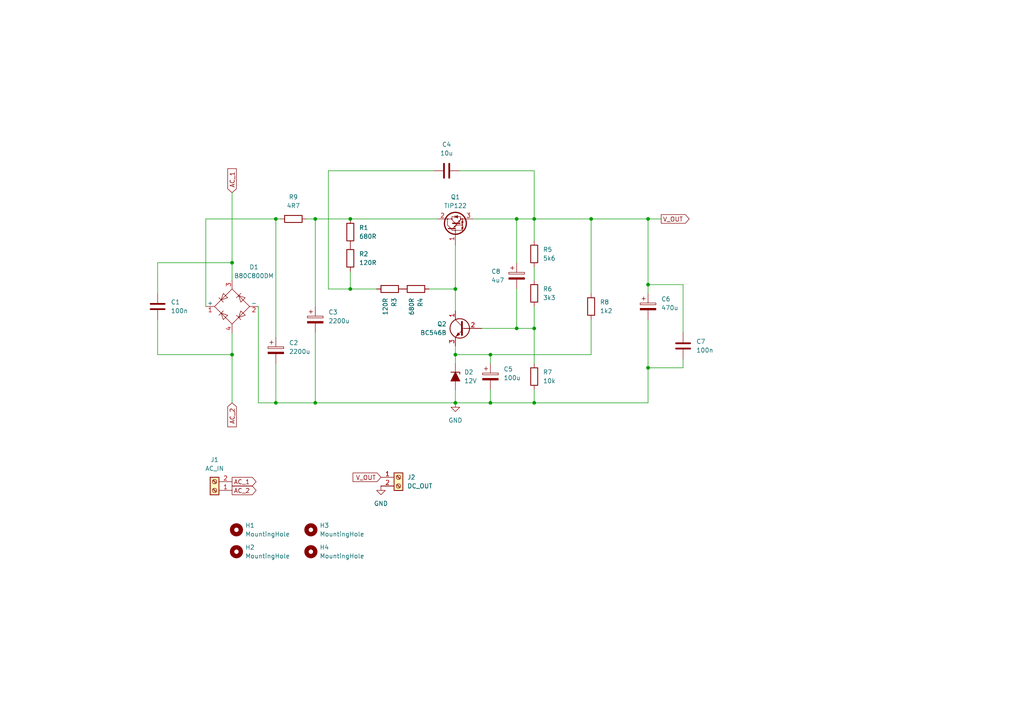
<source format=kicad_sch>
(kicad_sch (version 20250114) (generator "eeschema") (generator_version "9.0")
  (paper "A4")
  (lib_symbols
    (symbol "Connector:Screw_Terminal_01x02" (pin_names (offset 1.016) (hide yes))
      (property "Reference" "J" (at 0 2.54 0))
      (property "Value" "Screw_Terminal_01x02" (at 0 -5.08 0))
      (symbol "Screw_Terminal_01x02_1_1"
        (rectangle (start -1.27 1.27) (end 1.27 -3.81) (stroke (width 0.254)) (fill (type background)))
        (polyline (pts (xy -0.5334 0.3302) (xy 0.3302 -0.508)) (stroke (width 0.1524)))
        (polyline (pts (xy -0.5334 -2.2098) (xy 0.3302 -3.048)) (stroke (width 0.1524)))
        (polyline (pts (xy -0.3556 0.508) (xy 0.508 -0.3302)) (stroke (width 0.1524)))
        (polyline (pts (xy -0.3556 -2.032) (xy 0.508 -2.8702)) (stroke (width 0.1524)))
        (circle (center 0 0) (radius 0.635) (stroke (width 0.1524)))
        (circle (center 0 -2.54) (radius 0.635) (stroke (width 0.1524)))
        (pin passive line (at -5.08 0 0) (length 3.81) (name "Pin_1") (number "1"))
        (pin passive line (at -5.08 -2.54 0) (length 3.81) (name "Pin_2") (number "2"))
      )
    )
    (symbol "Device:C" (pin_numbers (hide yes)) (pin_names (offset 0.254))
      (property "Reference" "C" (at 0.635 2.54 0))
      (property "Value" "C" (at 0.635 -2.54 0))
      (symbol "C_0_1"
        (polyline (pts (xy -2.032 0.762) (xy 2.032 0.762)) (stroke (width 0.508)))
        (polyline (pts (xy -2.032 -0.762) (xy 2.032 -0.762)) (stroke (width 0.508)))
      )
      (symbol "C_1_1"
        (pin passive line (at 0 3.81 270) (length 2.794) (name "~") (number "1"))
        (pin passive line (at 0 -3.81 90) (length 2.794) (name "~") (number "2"))
      )
    )
    (symbol "Device:C_Polarized" (pin_numbers (hide yes)) (pin_names (offset 0.254))
      (property "Reference" "C" (at 0.635 2.54 0))
      (property "Value" "C_Polarized" (at 0.635 -2.54 0))
      (symbol "C_Polarized_0_1"
        (rectangle (start -2.286 0.508) (end 2.286 1.016))
        (polyline (pts (xy -1.778 2.286) (xy -0.762 2.286)))
        (polyline (pts (xy -1.27 2.794) (xy -1.27 1.778)))
        (rectangle (start 2.286 -0.508) (end -2.286 -1.016) (fill (type outline)))
      )
      (symbol "C_Polarized_1_1"
        (pin passive line (at 0 3.81 270) (length 2.794) (name "~") (number "1"))
        (pin passive line (at 0 -3.81 90) (length 2.794) (name "~") (number "2"))
      )
    )
    (symbol "Device:D_Zener_Filled" (pin_numbers (hide yes)) (pin_names (offset 1.016) (hide yes))
      (property "Reference" "D" (at 0 2.54 0))
      (property "Value" "D_Zener_Filled" (at 0 -2.54 0))
      (symbol "D_Zener_Filled_0_1"
        (polyline (pts (xy -1.27 -1.27) (xy -1.27 1.27) (xy -0.762 1.27)) (stroke (width 0.254)))
        (polyline (pts (xy 1.27 0) (xy -1.27 0)))
        (polyline (pts (xy 1.27 -1.27) (xy 1.27 1.27) (xy -1.27 0) (xy 1.27 -1.27)) (stroke (width 0.254)) (fill (type outline)))
      )
      (symbol "D_Zener_Filled_1_1"
        (pin passive line (at -3.81 0 0) (length 2.54) (name "K") (number "1"))
        (pin passive line (at 3.81 0 180) (length 2.54) (name "A") (number "2"))
      )
    )
    (symbol "Device:R" (pin_numbers (hide yes)) (pin_names (offset 0))
      (property "Reference" "R" (at 2.032 0 90))
      (property "Value" "R" (at 0 0 90))
      (symbol "R_0_1"
        (rectangle (start -1.016 -2.54) (end 1.016 2.54) (stroke (width 0.254)))
      )
      (symbol "R_1_1"
        (pin passive line (at 0 3.81 270) (length 1.27) (name "~") (number "1"))
        (pin passive line (at 0 -3.81 90) (length 1.27) (name "~") (number "2"))
      )
    )
    (symbol "Diode_Bridge:B80C800DM" (pin_names (offset 0))
      (property "Reference" "D" (at 2.54 6.985 0))
      (property "Value" "B80C800DM" (at 2.54 5.08 0))
      (symbol "B80C800DM_0_1"
        (polyline (pts (xy -5.08 0) (xy 0 -5.08) (xy 5.08 0) (xy 0 5.08) (xy -5.08 0)))
        (polyline (pts (xy -3.81 2.54) (xy -2.54 1.27) (xy -1.905 3.175) (xy -3.81 2.54)))
        (polyline (pts (xy -2.54 3.81) (xy -1.27 2.54)))
        (polyline (pts (xy -2.54 -1.27) (xy -3.81 -2.54) (xy -1.905 -3.175) (xy -2.54 -1.27)))
        (polyline (pts (xy -1.27 -2.54) (xy -2.54 -3.81)))
        (polyline (pts (xy 1.27 2.54) (xy 2.54 3.81) (xy 3.175 1.905) (xy 1.27 2.54)))
        (polyline (pts (xy 2.54 1.27) (xy 3.81 2.54)))
        (polyline (pts (xy 2.54 -1.27) (xy 3.81 -2.54)))
        (polyline (pts (xy 3.175 -1.905) (xy 1.27 -2.54) (xy 2.54 -3.81) (xy 3.175 -1.905)))
      )
      (symbol "B80C800DM_1_1"
        (pin passive line (at -7.62 0 0) (length 2.54) (name "-") (number "2"))
        (pin passive line (at 0 7.62 270) (length 2.54) (name "~") (number "4"))
        (pin passive line (at 0 -7.62 90) (length 2.54) (name "~") (number "3"))
        (pin passive line (at 7.62 0 180) (length 2.54) (name "+") (number "1"))
      )
    )
    (symbol "Mechanical:MountingHole" (pin_names (offset 1.016)) (exclude_from_sim yes) (in_bom no)
      (property "Reference" "H" (at 0 5.08 0))
      (property "Value" "MountingHole" (at 0 3.175 0))
      (symbol "MountingHole_0_1"
        (circle (center 0 0) (radius 1.27) (stroke (width 1.27)))
      )
    )
    (symbol "Transistor_BJT:BC546" (pin_names (offset 0) (hide yes))
      (property "Reference" "Q" (at 5.08 1.905 0))
      (property "Value" "BC546" (at 5.08 0 0))
      (symbol "BC546_0_1"
        (polyline (pts (xy 0 0) (xy 0.635 0)))
        (polyline (pts (xy 0.635 1.905) (xy 0.635 -1.905) (xy 0.635 -1.905)) (stroke (width 0.508)))
        (polyline (pts (xy 0.635 0.635) (xy 2.54 2.54)))
        (polyline (pts (xy 0.635 -0.635) (xy 2.54 -2.54) (xy 2.54 -2.54)))
        (circle (center 1.27 0) (radius 2.8194) (stroke (width 0.254)))
        (polyline (pts (xy 1.27 -1.778) (xy 1.778 -1.27) (xy 2.286 -2.286) (xy 1.27 -1.778) (xy 1.27 -1.778)) (fill (type outline)))
      )
      (symbol "BC546_1_1"
        (pin input line (at -5.08 0 0) (length 5.08) (name "B") (number "2"))
        (pin passive line (at 2.54 5.08 270) (length 2.54) (name "C") (number "1"))
        (pin passive line (at 2.54 -5.08 90) (length 2.54) (name "E") (number "3"))
      )
    )
    (symbol "Transistor_BJT:TIP122" (pin_names (offset 0) (hide yes))
      (property "Reference" "Q" (at 5.08 1.905 0))
      (property "Value" "TIP122" (at 5.08 0 0))
      (symbol "TIP122_0_1"
        (polyline (pts (xy -1.27 0) (xy -0.889 0)))
        (circle (center -0.762 0) (radius 0.127))
        (polyline (pts (xy -0.254 2.032) (xy -0.254 0) (xy -0.254 0)) (stroke (width 0.3048)))
        (polyline (pts (xy -0.254 1.27) (xy 0.762 2.286) (xy 2.54 2.286)))
        (polyline (pts (xy -0.254 1.016) (xy -0.762 1.016) (xy -0.762 -2.032)))
        (polyline (pts (xy -0.254 0.762) (xy 0.762 -0.254) (xy 1.27 -0.254)))
        (polyline (pts (xy 0.635 -0.127) (xy 0.381 0.381) (xy 0.127 0.127) (xy 0.635 -0.127)))
        (polyline (pts (xy 0.762 -0.254) (xy 0.762 -2.032) (xy 1.143 -2.032) (xy 1.27 -1.778) (xy 1.397 -2.286) (xy 1.524 -1.778) (xy 1.651 -2.286) (xy 1.778 -1.778) (xy 1.905 -2.286) (xy 2.032 -2.032) (xy 2.54 -2.032)))
        (circle (center 0.762 -0.254) (radius 0.127))
        (polyline (pts (xy 0.762 -2.032) (xy 0.381 -2.032) (xy 0.254 -2.286) (xy 0.127 -1.778) (xy 0 -2.286) (xy -0.127 -1.778) (xy -0.254 -2.286) (xy -0.381 -1.778) (xy -0.508 -2.032) (xy -0.762 -2.032)))
        (circle (center 0.762 -2.032) (radius 0.127))
        (polyline (pts (xy 1.27 0.762) (xy 1.27 -1.27) (xy 1.27 -1.27)) (stroke (width 0.381)))
        (polyline (pts (xy 1.27 0) (xy 2.286 1.016) (xy 2.54 1.016) (xy 2.54 2.286)))
        (circle (center 1.27 0) (radius 3.175) (stroke (width 0.3556)))
        (polyline (pts (xy 1.27 -0.508) (xy 2.286 -1.524) (xy 2.54 -1.524) (xy 2.54 -2.032)))
        (polyline (pts (xy 2.159 -1.397) (xy 1.905 -0.889) (xy 1.651 -1.143) (xy 2.159 -1.397)))
        (circle (center 2.54 2.286) (radius 0.127))
        (circle (center 2.54 1.016) (radius 0.127))
        (polyline (pts (xy 2.54 -1.524) (xy 3.175 -1.524)))
        (circle (center 2.54 -1.524) (radius 0.127))
        (polyline (pts (xy 2.54 -2.032) (xy 2.54 -2.54)))
        (circle (center 2.54 -2.032) (radius 0.127))
        (polyline (pts (xy 2.794 0.127) (xy 3.556 0.127)))
        (polyline (pts (xy 3.175 1.016) (xy 2.54 1.016)))
        (polyline (pts (xy 3.175 1.016) (xy 3.175 0.127)))
        (polyline (pts (xy 3.175 0.127) (xy 2.794 -0.635) (xy 3.556 -0.635) (xy 3.175 0.127)) (fill (type outline)))
        (polyline (pts (xy 3.175 -0.635) (xy 3.175 -1.524)))
      )
      (symbol "TIP122_1_1"
        (pin input line (at -5.08 0 0) (length 3.81) (name "B") (number "1"))
        (pin passive line (at 2.54 5.08 270) (length 2.667) (name "C") (number "2"))
        (pin passive line (at 2.54 -5.08 90) (length 2.54) (name "E") (number "3"))
      )
    )
    (symbol "power:GND" (power) (pin_numbers (hide yes)) (pin_names (offset 0) (hide yes))
      (property "Value" "GND" (at 0 -3.81 0))
      (symbol "GND_0_1"
        (polyline (pts (xy 0 0) (xy 0 -1.27) (xy 1.27 -1.27) (xy 0 -2.54) (xy -1.27 -1.27) (xy 0 -1.27)))
      )
      (symbol "GND_1_1"
        (pin power_in line (at 0 0 270) (length 0) (name "~") (number "1"))
      )
    )
  )
  (junction (at 149.86 95.25))
  (junction (at 132.08 83.82))
  (junction (at 154.94 95.25))
  (junction (at 149.86 63.5))
  (junction (at 132.08 116.84))
  (junction (at 80.01 63.5))
  (junction (at 101.6 83.82))
  (junction (at 132.08 102.87))
  (junction (at 67.31 76.2))
  (junction (at 142.24 102.87))
  (junction (at 67.31 102.87))
  (junction (at 91.44 116.84))
  (junction (at 80.01 116.84))
  (junction (at 171.45 63.5))
  (junction (at 187.96 82.55))
  (junction (at 187.96 106.68))
  (junction (at 142.24 116.84))
  (junction (at 187.96 63.5))
  (junction (at 154.94 116.84))
  (junction (at 91.44 63.5))
  (junction (at 101.6 63.5))
  (junction (at 154.94 63.5))
  (wire (pts (xy 125.73 49.53) (xy 95.25 49.53)))
  (wire (pts (xy 132.08 83.82) (xy 132.08 90.17)))
  (wire (pts (xy 91.44 63.5) (xy 101.6 63.5)))
  (wire (pts (xy 95.25 83.82) (xy 101.6 83.82)))
  (wire (pts (xy 80.01 63.5) (xy 81.28 63.5)))
  (wire (pts (xy 67.31 102.87) (xy 67.31 116.84)))
  (wire (pts (xy 187.96 92.71) (xy 187.96 106.68)))
  (wire (pts (xy 187.96 82.55) (xy 187.96 63.5)))
  (wire (pts (xy 187.96 116.84) (xy 154.94 116.84)))
  (wire (pts (xy 149.86 83.82) (xy 149.86 95.25)))
  (wire (pts (xy 171.45 92.71) (xy 171.45 102.87)))
  (wire (pts (xy 45.72 76.2) (xy 67.31 76.2)))
  (wire (pts (xy 80.01 116.84) (xy 91.44 116.84)))
  (wire (pts (xy 91.44 96.52) (xy 91.44 116.84)))
  (wire (pts (xy 187.96 106.68) (xy 198.12 106.68)))
  (wire (pts (xy 80.01 105.41) (xy 80.01 116.84)))
  (wire (pts (xy 45.72 85.09) (xy 45.72 76.2)))
  (wire (pts (xy 154.94 88.9) (xy 154.94 95.25)))
  (wire (pts (xy 198.12 82.55) (xy 187.96 82.55)))
  (wire (pts (xy 149.86 95.25) (xy 154.94 95.25)))
  (wire (pts (xy 74.93 116.84) (xy 80.01 116.84)))
  (wire (pts (xy 67.31 96.52) (xy 67.31 102.87)))
  (wire (pts (xy 154.94 69.85) (xy 154.94 63.5)))
  (wire (pts (xy 91.44 116.84) (xy 132.08 116.84)))
  (wire (pts (xy 198.12 104.14) (xy 198.12 106.68)))
  (wire (pts (xy 154.94 77.47) (xy 154.94 81.28)))
  (wire (pts (xy 74.93 88.9) (xy 74.93 116.84)))
  (wire (pts (xy 149.86 63.5) (xy 149.86 76.2)))
  (wire (pts (xy 132.08 100.33) (xy 132.08 102.87)))
  (wire (pts (xy 101.6 83.82) (xy 109.22 83.82)))
  (wire (pts (xy 95.25 49.53) (xy 95.25 83.82)))
  (wire (pts (xy 45.72 92.71) (xy 45.72 102.87)))
  (wire (pts (xy 154.94 95.25) (xy 154.94 105.41)))
  (wire (pts (xy 139.7 95.25) (xy 149.86 95.25)))
  (wire (pts (xy 133.35 49.53) (xy 154.94 49.53)))
  (wire (pts (xy 171.45 102.87) (xy 142.24 102.87)))
  (wire (pts (xy 132.08 102.87) (xy 132.08 105.41)))
  (wire (pts (xy 101.6 78.74) (xy 101.6 83.82)))
  (wire (pts (xy 154.94 49.53) (xy 154.94 63.5)))
  (wire (pts (xy 132.08 116.84) (xy 142.24 116.84)))
  (wire (pts (xy 187.96 106.68) (xy 187.96 116.84)))
  (wire (pts (xy 154.94 116.84) (xy 142.24 116.84)))
  (wire (pts (xy 67.31 55.88) (xy 67.31 76.2)))
  (wire (pts (xy 132.08 113.03) (xy 132.08 116.84)))
  (wire (pts (xy 101.6 63.5) (xy 127 63.5)))
  (wire (pts (xy 59.69 88.9) (xy 59.69 63.5)))
  (wire (pts (xy 88.9 63.5) (xy 91.44 63.5)))
  (wire (pts (xy 187.96 85.09) (xy 187.96 82.55)))
  (wire (pts (xy 45.72 102.87) (xy 67.31 102.87)))
  (wire (pts (xy 67.31 76.2) (xy 67.31 81.28)))
  (wire (pts (xy 132.08 71.12) (xy 132.08 83.82)))
  (wire (pts (xy 142.24 102.87) (xy 142.24 105.41)))
  (wire (pts (xy 124.46 83.82) (xy 132.08 83.82)))
  (wire (pts (xy 187.96 63.5) (xy 191.77 63.5)))
  (wire (pts (xy 198.12 96.52) (xy 198.12 82.55)))
  (wire (pts (xy 59.69 63.5) (xy 80.01 63.5)))
  (wire (pts (xy 80.01 63.5) (xy 80.01 97.79)))
  (wire (pts (xy 154.94 63.5) (xy 149.86 63.5)))
  (wire (pts (xy 142.24 102.87) (xy 132.08 102.87)))
  (wire (pts (xy 142.24 116.84) (xy 142.24 113.03)))
  (wire (pts (xy 149.86 63.5) (xy 137.16 63.5)))
  (wire (pts (xy 91.44 63.5) (xy 91.44 88.9)))
  (wire (pts (xy 154.94 113.03) (xy 154.94 116.84)))
  (wire (pts (xy 171.45 85.09) (xy 171.45 63.5)))
  (wire (pts (xy 187.96 63.5) (xy 171.45 63.5)))
  (wire (pts (xy 171.45 63.5) (xy 154.94 63.5)))
  (global_label "AC_1" (shape output) (at 67.31 139.7 0) (property "Intersheetrefs" "${INTERSHEET_REFS}" (effects (hide yes))))
  (global_label "AC_2" (shape output) (at 67.31 142.24 0) (property "Intersheetrefs" "${INTERSHEET_REFS}" (effects (hide yes))))
  (global_label "V_OUT" (shape output) (at 191.77 63.5 0) (property "Intersheetrefs" "${INTERSHEET_REFS}" (effects (hide yes))))
  (global_label "AC_1" (shape input) (at 67.31 55.88 90) (property "Intersheetrefs" "${INTERSHEET_REFS}" (effects (hide yes))))
  (global_label "AC_2" (shape input) (at 67.31 116.84 270) (property "Intersheetrefs" "${INTERSHEET_REFS}" (effects (hide yes))))
  (global_label "V_OUT" (shape input) (at 110.49 138.43 180) (property "Intersheetrefs" "${INTERSHEET_REFS}" (effects (hide yes))))
  (symbol (lib_id "Mechanical:MountingHole") (at 68.58 160.02 0) (unit 1) (exclude_from_sim yes) (in_bom no)
    (property "Reference" "H2" (at 71.12 158.7499 0) (effects (justify left)))
    (property "Value" "MountingHole" (at 71.12 161.2899 0) (effects (justify left)))
    (property "Footprint" "MountingHole:MountingHole_3.2mm_M3" (effects (hide yes)))
    (property "Description" "Mounting Hole without connection" (effects (hide yes)))
  )
  (symbol (lib_id "Device:C_Polarized") (at 80.01 101.6 0) (unit 1)
    (property "Reference" "C2" (at 83.82 99.4409 0) (effects (justify left)))
    (property "Value" "2200u" (at 83.82 101.9809 0) (effects (justify left)))
    (property "Footprint" "Capacitor_THT:CP_Radial_D18.0mm_P7.50mm" (effects (hide yes)))
    (property "Description" "Polarized capacitor" (effects (hide yes)))
  )
  (symbol (lib_id "Device:D_Zener_Filled") (at 132.08 109.22 270) (unit 1)
    (property "Reference" "D2" (at 134.62 107.9499 90) (effects (justify left)))
    (property "Value" "12V" (at 134.62 110.4899 90) (effects (justify left)))
    (property "Footprint" "Diode_THT:D_DO-41_SOD81_P7.62mm_Horizontal" (effects (hide yes)))
    (property "Description" "Zener diode, filled shape" (effects (hide yes)))
  )
  (symbol (lib_id "Device:R") (at 101.6 67.31 0) (unit 1)
    (property "Reference" "R1" (at 104.14 66.0399 0) (effects (justify left)))
    (property "Value" "680R" (at 104.14 68.5799 0) (effects (justify left)))
    (property "Footprint" "Resistor_THT:R_Axial_DIN0207_L6.3mm_D2.5mm_P7.62mm_Horizontal" (effects (hide yes)))
    (property "Description" "Resistor" (effects (hide yes)))
  )
  (symbol (lib_id "Device:R") (at 101.6 74.93 0) (unit 1)
    (property "Reference" "R2" (at 104.14 73.6599 0) (effects (justify left)))
    (property "Value" "120R" (at 104.14 76.1999 0) (effects (justify left)))
    (property "Footprint" "Resistor_THT:R_Axial_DIN0207_L6.3mm_D2.5mm_P7.62mm_Horizontal" (effects (hide yes)))
    (property "Description" "Resistor" (effects (hide yes)))
  )
  (symbol (lib_id "Device:C") (at 45.72 88.9 0) (unit 1)
    (property "Reference" "C1" (at 49.53 87.6299 0) (effects (justify left)))
    (property "Value" "100n" (at 49.53 90.1699 0) (effects (justify left)))
    (property "Footprint" "Capacitor_THT:C_Rect_L7.2mm_W3.5mm_P5.00mm_FKS2_FKP2_MKS2_MKP2" (effects (hide yes)))
    (property "Description" "Unpolarized capacitor" (effects (hide yes)))
  )
  (symbol (lib_id "Connector:Screw_Terminal_01x02") (at 62.23 142.24 180) (unit 1)
    (property "Reference" "J1" (at 62.23 133.35 0))
    (property "Value" "AC_IN" (at 62.23 135.89 0))
    (property "Footprint" "TerminalBlock:TerminalBlock_MaiXu_MX126-5.0-02P_1x02_P5.00mm" (effects (hide yes)))
    (property "Description" "Generic screw terminal, single row, 01x02, script generated (kicad-library-utils/schlib/autogen/connector/)" (effects (hide yes)))
  )
  (symbol (lib_id "Diode_Bridge:B80C800DM") (at 67.31 88.9 180) (unit 1)
    (property "Reference" "D1" (at 73.66 77.47 0))
    (property "Value" "B80C800DM" (at 73.66 80.01 0))
    (property "Footprint" "Diode_THT:Diode_Bridge_DIP-4_W7.62mm_P5.08mm" (effects (hide yes)))
    (property "Datasheet" "https://www.vishay.com/docs/88533/800dm.pdf" (effects (hide yes)))
    (property "Description" "Glass Passivated Single-Phase Bridge Rectifier, 80V Vrms, 0.8A If, DIP-4" (effects (hide yes)))
  )
  (symbol (lib_id "Device:C") (at 198.12 100.33 0) (unit 1)
    (property "Reference" "C7" (at 201.93 99.0599 0) (effects (justify left)))
    (property "Value" "100n" (at 201.93 101.5999 0) (effects (justify left)))
    (property "Footprint" "Capacitor_THT:C_Rect_L7.2mm_W3.5mm_P5.00mm_FKS2_FKP2_MKS2_MKP2" (effects (hide yes)))
    (property "Description" "Unpolarized capacitor" (effects (hide yes)))
  )
  (symbol (lib_id "Connector:Screw_Terminal_01x02") (at 115.57 138.43 0) (unit 1)
    (property "Reference" "J2" (at 118.11 138.4299 0) (effects (justify left)))
    (property "Value" "DC_OUT" (at 118.11 140.9699 0) (effects (justify left)))
    (property "Footprint" "TerminalBlock:TerminalBlock_MaiXu_MX126-5.0-02P_1x02_P5.00mm" (effects (hide yes)))
    (property "Description" "Generic screw terminal, single row, 01x02, script generated (kicad-library-utils/schlib/autogen/connector/)" (effects (hide yes)))
  )
  (symbol (lib_id "power:GND") (at 132.08 116.84 0) (unit 1)
    (property "Reference" "#PWR01" (effects (hide yes)))
    (property "Value" "GND" (at 132.08 121.92 0))
    (property "Description" "Power symbol creates a global label with name \"GND\" , ground" (effects (hide yes)))
  )
  (symbol (lib_id "Device:C_Polarized") (at 142.24 109.22 0) (unit 1)
    (property "Reference" "C5" (at 146.05 107.0609 0) (effects (justify left)))
    (property "Value" "100u" (at 146.05 109.6009 0) (effects (justify left)))
    (property "Footprint" "Capacitor_THT:CP_Radial_D10.0mm_P5.00mm" (effects (hide yes)))
    (property "Description" "Polarized capacitor" (effects (hide yes)))
  )
  (symbol (lib_id "Transistor_BJT:TIP122") (at 132.08 66.04 90) (unit 1)
    (property "Reference" "Q1" (at 132.08 57.15 90))
    (property "Value" "TIP122" (at 132.08 59.69 90))
    (property "Footprint" "Package_TO_SOT_THT:TO-220-3_Vertical" (effects (hide yes)))
    (property "Datasheet" "https://www.onsemi.com/pub/Collateral/TIP120-D.PDF" (effects (hide yes)))
    (property "Description" "5A Ic, 100V Vce, Silicon Darlington Power NPN Transistor, TO-220" (effects (hide yes)))
  )
  (symbol (lib_id "Device:R") (at 154.94 109.22 0) (unit 1)
    (property "Reference" "R7" (at 157.48 107.9499 0) (effects (justify left)))
    (property "Value" "10k" (at 157.48 110.4899 0) (effects (justify left)))
    (property "Footprint" "Resistor_THT:R_Axial_DIN0207_L6.3mm_D2.5mm_P7.62mm_Horizontal" (effects (hide yes)))
    (property "Description" "Resistor" (effects (hide yes)))
  )
  (symbol (lib_id "Device:C_Polarized") (at 187.96 88.9 0) (unit 1)
    (property "Reference" "C6" (at 191.77 86.7409 0) (effects (justify left)))
    (property "Value" "470u" (at 191.77 89.2809 0) (effects (justify left)))
    (property "Footprint" "Capacitor_THT:CP_Radial_D12.5mm_P5.00mm" (effects (hide yes)))
    (property "Description" "Polarized capacitor" (effects (hide yes)))
  )
  (symbol (lib_id "Mechanical:MountingHole") (at 90.17 153.67 0) (unit 1) (exclude_from_sim yes) (in_bom no)
    (property "Reference" "H3" (at 92.71 152.3999 0) (effects (justify left)))
    (property "Value" "MountingHole" (at 92.71 154.9399 0) (effects (justify left)))
    (property "Footprint" "MountingHole:MountingHole_3.2mm_M3" (effects (hide yes)))
    (property "Description" "Mounting Hole without connection" (effects (hide yes)))
  )
  (symbol (lib_id "Device:R") (at 154.94 73.66 0) (unit 1)
    (property "Reference" "R5" (at 157.48 72.3899 0) (effects (justify left)))
    (property "Value" "5k6" (at 157.48 74.9299 0) (effects (justify left)))
    (property "Footprint" "Resistor_THT:R_Axial_DIN0207_L6.3mm_D2.5mm_P7.62mm_Horizontal" (effects (hide yes)))
    (property "Description" "Resistor" (effects (hide yes)))
  )
  (symbol (lib_id "Device:R") (at 113.03 83.82 270) (unit 1)
    (property "Reference" "R3" (at 114.3001 86.36 0) (effects (justify left)))
    (property "Value" "120R" (at 111.7601 86.36 0) (effects (justify left)))
    (property "Footprint" "Resistor_THT:R_Axial_DIN0207_L6.3mm_D2.5mm_P7.62mm_Horizontal" (effects (hide yes)))
    (property "Description" "Resistor" (effects (hide yes)))
  )
  (symbol (lib_id "power:GND") (at 110.49 140.97 0) (unit 1)
    (property "Reference" "#PWR02" (effects (hide yes)))
    (property "Value" "GND" (at 110.49 146.05 0))
    (property "Description" "Power symbol creates a global label with name \"GND\" , ground" (effects (hide yes)))
  )
  (symbol (lib_id "Transistor_BJT:BC546") (at 134.62 95.25 0) (mirror y) (unit 1)
    (property "Reference" "Q2" (at 129.54 93.9799 0) (effects (justify left)))
    (property "Value" "BC546B" (at 129.54 96.5199 0) (effects (justify left)))
    (property "Footprint" "Package_TO_SOT_THT:TO-92_HandSolder" (effects (hide yes)))
    (property "Datasheet" "https://www.onsemi.com/pub/Collateral/BC550-D.pdf" (effects (hide yes)))
    (property "Description" "0.1A Ic, 65V Vce, Small Signal NPN Transistor, TO-92" (effects (hide yes)))
  )
  (symbol (lib_id "Mechanical:MountingHole") (at 68.58 153.67 0) (unit 1) (exclude_from_sim yes) (in_bom no)
    (property "Reference" "H1" (at 71.12 152.3999 0) (effects (justify left)))
    (property "Value" "MountingHole" (at 71.12 154.9399 0) (effects (justify left)))
    (property "Footprint" "MountingHole:MountingHole_3.2mm_M3" (effects (hide yes)))
    (property "Description" "Mounting Hole without connection" (effects (hide yes)))
  )
  (symbol (lib_id "Device:C") (at 129.54 49.53 270) (unit 1)
    (property "Reference" "C4" (at 129.54 41.91 90))
    (property "Value" "10u" (at 129.54 44.45 90))
    (property "Footprint" "Capacitor_THT:C_Radial_D5.0mm_H11.0mm_P2.00mm" (effects (hide yes)))
    (property "Description" "Unpolarized capacitor" (effects (hide yes)))
  )
  (symbol (lib_id "Device:R") (at 154.94 85.09 0) (unit 1)
    (property "Reference" "R6" (at 157.48 83.8199 0) (effects (justify left)))
    (property "Value" "3k3" (at 157.48 86.3599 0) (effects (justify left)))
    (property "Footprint" "Resistor_THT:R_Axial_DIN0207_L6.3mm_D2.5mm_P7.62mm_Horizontal" (effects (hide yes)))
    (property "Description" "Resistor" (effects (hide yes)))
  )
  (symbol (lib_id "Device:C_Polarized") (at 149.86 80.01 0) (unit 1)
    (property "Reference" "C8" (at 142.494 78.74 0) (effects (justify left)))
    (property "Value" "4u7" (at 142.494 81.28 0) (effects (justify left)))
    (property "Footprint" "Capacitor_THT:CP_Radial_D4.0mm_P2.00mm" (effects (hide yes)))
    (property "Description" "Polarized capacitor" (effects (hide yes)))
  )
  (symbol (lib_id "Device:C_Polarized") (at 91.44 92.71 0) (unit 1)
    (property "Reference" "C3" (at 95.25 90.5509 0) (effects (justify left)))
    (property "Value" "2200u" (at 95.25 93.0909 0) (effects (justify left)))
    (property "Footprint" "Capacitor_THT:CP_Radial_D18.0mm_P7.50mm" (effects (hide yes)))
    (property "Description" "Polarized capacitor" (effects (hide yes)))
  )
  (symbol (lib_id "Mechanical:MountingHole") (at 90.17 160.02 0) (unit 1) (exclude_from_sim yes) (in_bom no)
    (property "Reference" "H4" (at 92.71 158.7499 0) (effects (justify left)))
    (property "Value" "MountingHole" (at 92.71 161.2899 0) (effects (justify left)))
    (property "Footprint" "MountingHole:MountingHole_3.2mm_M3" (effects (hide yes)))
    (property "Description" "Mounting Hole without connection" (effects (hide yes)))
  )
  (symbol (lib_id "Device:R") (at 171.45 88.9 0) (unit 1)
    (property "Reference" "R8" (at 173.99 87.6299 0) (effects (justify left)))
    (property "Value" "1k2" (at 173.99 90.1699 0) (effects (justify left)))
    (property "Footprint" "Resistor_THT:R_Axial_DIN0207_L6.3mm_D2.5mm_P7.62mm_Horizontal" (effects (hide yes)))
    (property "Description" "Resistor" (effects (hide yes)))
  )
  (symbol (lib_id "Device:R") (at 120.65 83.82 270) (unit 1)
    (property "Reference" "R4" (at 121.9201 86.36 0) (effects (justify left)))
    (property "Value" "680R" (at 119.3801 86.36 0) (effects (justify left)))
    (property "Footprint" "Resistor_THT:R_Axial_DIN0207_L6.3mm_D2.5mm_P7.62mm_Horizontal" (effects (hide yes)))
    (property "Description" "Resistor" (effects (hide yes)))
  )
  (symbol (lib_id "Device:R") (at 85.09 63.5 90) (unit 1)
    (property "Reference" "R9" (at 85.09 57.15 90))
    (property "Value" "4R7" (at 85.09 59.69 90))
    (property "Footprint" "Resistor_THT:R_Axial_DIN0414_L11.9mm_D4.5mm_P5.08mm_Vertical" (effects (hide yes)))
    (property "Description" "Resistor" (effects (hide yes)))
  )
)
</source>
